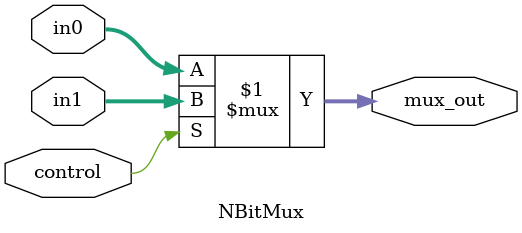
<source format=v>
module NBitMux (in0, in1, mux_out, control);
	parameter N = 32;
	input [N-1:0] in0, in1;
	output [N-1:0] mux_out;
	input control;
	assign mux_out=control?in1:in0;
endmodule

</source>
